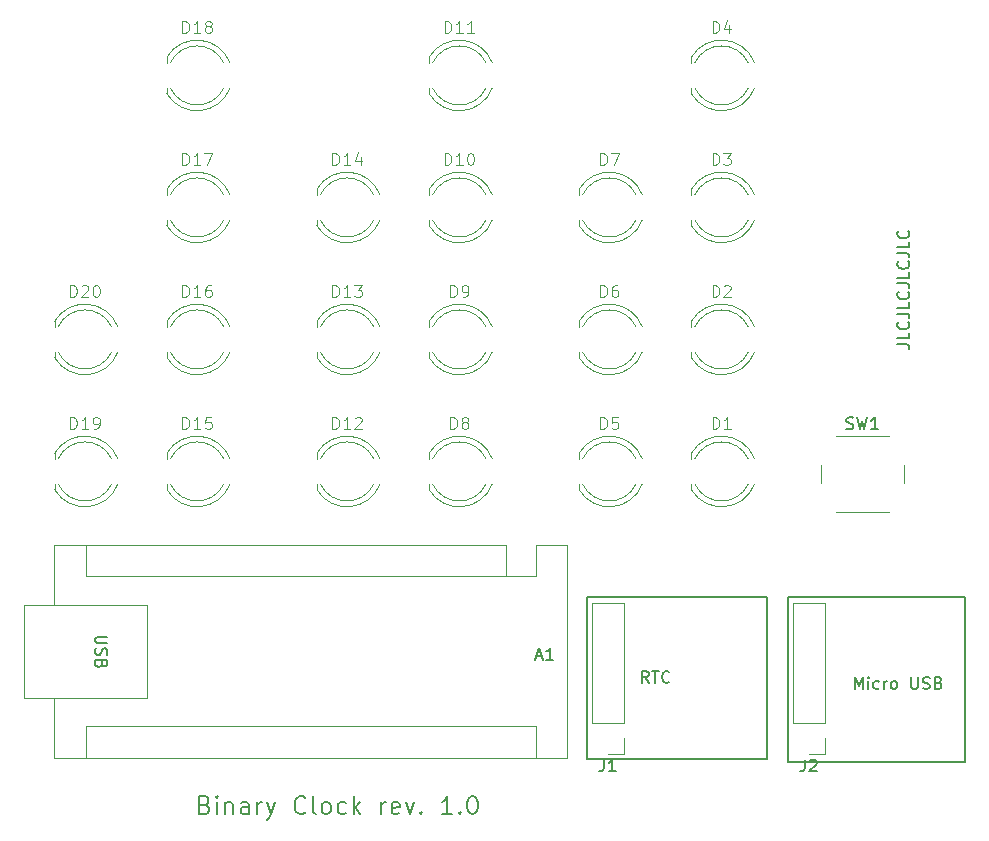
<source format=gbr>
%TF.GenerationSoftware,KiCad,Pcbnew,7.0.10-1.fc39*%
%TF.CreationDate,2024-02-18T17:05:32+01:00*%
%TF.ProjectId,BinaryClock,42696e61-7279-4436-9c6f-636b2e6b6963,rev?*%
%TF.SameCoordinates,Original*%
%TF.FileFunction,Legend,Top*%
%TF.FilePolarity,Positive*%
%FSLAX46Y46*%
G04 Gerber Fmt 4.6, Leading zero omitted, Abs format (unit mm)*
G04 Created by KiCad (PCBNEW 7.0.10-1.fc39) date 2024-02-18 17:05:32*
%MOMM*%
%LPD*%
G01*
G04 APERTURE LIST*
%ADD10C,0.150000*%
%ADD11C,0.100000*%
%ADD12C,0.120000*%
G04 APERTURE END LIST*
D10*
X140462000Y-81026000D02*
X155448000Y-81026000D01*
X155448000Y-94996000D01*
X140462000Y-94996000D01*
X140462000Y-81026000D01*
X123444000Y-81026000D02*
X138684000Y-81026000D01*
X138684000Y-94742000D01*
X123444000Y-94742000D01*
X123444000Y-81026000D01*
X146132779Y-88769819D02*
X146132779Y-87769819D01*
X146132779Y-87769819D02*
X146466112Y-88484104D01*
X146466112Y-88484104D02*
X146799445Y-87769819D01*
X146799445Y-87769819D02*
X146799445Y-88769819D01*
X147275636Y-88769819D02*
X147275636Y-88103152D01*
X147275636Y-87769819D02*
X147228017Y-87817438D01*
X147228017Y-87817438D02*
X147275636Y-87865057D01*
X147275636Y-87865057D02*
X147323255Y-87817438D01*
X147323255Y-87817438D02*
X147275636Y-87769819D01*
X147275636Y-87769819D02*
X147275636Y-87865057D01*
X148180397Y-88722200D02*
X148085159Y-88769819D01*
X148085159Y-88769819D02*
X147894683Y-88769819D01*
X147894683Y-88769819D02*
X147799445Y-88722200D01*
X147799445Y-88722200D02*
X147751826Y-88674580D01*
X147751826Y-88674580D02*
X147704207Y-88579342D01*
X147704207Y-88579342D02*
X147704207Y-88293628D01*
X147704207Y-88293628D02*
X147751826Y-88198390D01*
X147751826Y-88198390D02*
X147799445Y-88150771D01*
X147799445Y-88150771D02*
X147894683Y-88103152D01*
X147894683Y-88103152D02*
X148085159Y-88103152D01*
X148085159Y-88103152D02*
X148180397Y-88150771D01*
X148608969Y-88769819D02*
X148608969Y-88103152D01*
X148608969Y-88293628D02*
X148656588Y-88198390D01*
X148656588Y-88198390D02*
X148704207Y-88150771D01*
X148704207Y-88150771D02*
X148799445Y-88103152D01*
X148799445Y-88103152D02*
X148894683Y-88103152D01*
X149370874Y-88769819D02*
X149275636Y-88722200D01*
X149275636Y-88722200D02*
X149228017Y-88674580D01*
X149228017Y-88674580D02*
X149180398Y-88579342D01*
X149180398Y-88579342D02*
X149180398Y-88293628D01*
X149180398Y-88293628D02*
X149228017Y-88198390D01*
X149228017Y-88198390D02*
X149275636Y-88150771D01*
X149275636Y-88150771D02*
X149370874Y-88103152D01*
X149370874Y-88103152D02*
X149513731Y-88103152D01*
X149513731Y-88103152D02*
X149608969Y-88150771D01*
X149608969Y-88150771D02*
X149656588Y-88198390D01*
X149656588Y-88198390D02*
X149704207Y-88293628D01*
X149704207Y-88293628D02*
X149704207Y-88579342D01*
X149704207Y-88579342D02*
X149656588Y-88674580D01*
X149656588Y-88674580D02*
X149608969Y-88722200D01*
X149608969Y-88722200D02*
X149513731Y-88769819D01*
X149513731Y-88769819D02*
X149370874Y-88769819D01*
X150894684Y-87769819D02*
X150894684Y-88579342D01*
X150894684Y-88579342D02*
X150942303Y-88674580D01*
X150942303Y-88674580D02*
X150989922Y-88722200D01*
X150989922Y-88722200D02*
X151085160Y-88769819D01*
X151085160Y-88769819D02*
X151275636Y-88769819D01*
X151275636Y-88769819D02*
X151370874Y-88722200D01*
X151370874Y-88722200D02*
X151418493Y-88674580D01*
X151418493Y-88674580D02*
X151466112Y-88579342D01*
X151466112Y-88579342D02*
X151466112Y-87769819D01*
X151894684Y-88722200D02*
X152037541Y-88769819D01*
X152037541Y-88769819D02*
X152275636Y-88769819D01*
X152275636Y-88769819D02*
X152370874Y-88722200D01*
X152370874Y-88722200D02*
X152418493Y-88674580D01*
X152418493Y-88674580D02*
X152466112Y-88579342D01*
X152466112Y-88579342D02*
X152466112Y-88484104D01*
X152466112Y-88484104D02*
X152418493Y-88388866D01*
X152418493Y-88388866D02*
X152370874Y-88341247D01*
X152370874Y-88341247D02*
X152275636Y-88293628D01*
X152275636Y-88293628D02*
X152085160Y-88246009D01*
X152085160Y-88246009D02*
X151989922Y-88198390D01*
X151989922Y-88198390D02*
X151942303Y-88150771D01*
X151942303Y-88150771D02*
X151894684Y-88055533D01*
X151894684Y-88055533D02*
X151894684Y-87960295D01*
X151894684Y-87960295D02*
X151942303Y-87865057D01*
X151942303Y-87865057D02*
X151989922Y-87817438D01*
X151989922Y-87817438D02*
X152085160Y-87769819D01*
X152085160Y-87769819D02*
X152323255Y-87769819D01*
X152323255Y-87769819D02*
X152466112Y-87817438D01*
X153228017Y-88246009D02*
X153370874Y-88293628D01*
X153370874Y-88293628D02*
X153418493Y-88341247D01*
X153418493Y-88341247D02*
X153466112Y-88436485D01*
X153466112Y-88436485D02*
X153466112Y-88579342D01*
X153466112Y-88579342D02*
X153418493Y-88674580D01*
X153418493Y-88674580D02*
X153370874Y-88722200D01*
X153370874Y-88722200D02*
X153275636Y-88769819D01*
X153275636Y-88769819D02*
X152894684Y-88769819D01*
X152894684Y-88769819D02*
X152894684Y-87769819D01*
X152894684Y-87769819D02*
X153228017Y-87769819D01*
X153228017Y-87769819D02*
X153323255Y-87817438D01*
X153323255Y-87817438D02*
X153370874Y-87865057D01*
X153370874Y-87865057D02*
X153418493Y-87960295D01*
X153418493Y-87960295D02*
X153418493Y-88055533D01*
X153418493Y-88055533D02*
X153370874Y-88150771D01*
X153370874Y-88150771D02*
X153323255Y-88198390D01*
X153323255Y-88198390D02*
X153228017Y-88246009D01*
X153228017Y-88246009D02*
X152894684Y-88246009D01*
X149745819Y-59575506D02*
X150460104Y-59575506D01*
X150460104Y-59575506D02*
X150602961Y-59623125D01*
X150602961Y-59623125D02*
X150698200Y-59718363D01*
X150698200Y-59718363D02*
X150745819Y-59861220D01*
X150745819Y-59861220D02*
X150745819Y-59956458D01*
X150745819Y-58623125D02*
X150745819Y-59099315D01*
X150745819Y-59099315D02*
X149745819Y-59099315D01*
X150650580Y-57718363D02*
X150698200Y-57765982D01*
X150698200Y-57765982D02*
X150745819Y-57908839D01*
X150745819Y-57908839D02*
X150745819Y-58004077D01*
X150745819Y-58004077D02*
X150698200Y-58146934D01*
X150698200Y-58146934D02*
X150602961Y-58242172D01*
X150602961Y-58242172D02*
X150507723Y-58289791D01*
X150507723Y-58289791D02*
X150317247Y-58337410D01*
X150317247Y-58337410D02*
X150174390Y-58337410D01*
X150174390Y-58337410D02*
X149983914Y-58289791D01*
X149983914Y-58289791D02*
X149888676Y-58242172D01*
X149888676Y-58242172D02*
X149793438Y-58146934D01*
X149793438Y-58146934D02*
X149745819Y-58004077D01*
X149745819Y-58004077D02*
X149745819Y-57908839D01*
X149745819Y-57908839D02*
X149793438Y-57765982D01*
X149793438Y-57765982D02*
X149841057Y-57718363D01*
X149745819Y-57004077D02*
X150460104Y-57004077D01*
X150460104Y-57004077D02*
X150602961Y-57051696D01*
X150602961Y-57051696D02*
X150698200Y-57146934D01*
X150698200Y-57146934D02*
X150745819Y-57289791D01*
X150745819Y-57289791D02*
X150745819Y-57385029D01*
X150745819Y-56051696D02*
X150745819Y-56527886D01*
X150745819Y-56527886D02*
X149745819Y-56527886D01*
X150650580Y-55146934D02*
X150698200Y-55194553D01*
X150698200Y-55194553D02*
X150745819Y-55337410D01*
X150745819Y-55337410D02*
X150745819Y-55432648D01*
X150745819Y-55432648D02*
X150698200Y-55575505D01*
X150698200Y-55575505D02*
X150602961Y-55670743D01*
X150602961Y-55670743D02*
X150507723Y-55718362D01*
X150507723Y-55718362D02*
X150317247Y-55765981D01*
X150317247Y-55765981D02*
X150174390Y-55765981D01*
X150174390Y-55765981D02*
X149983914Y-55718362D01*
X149983914Y-55718362D02*
X149888676Y-55670743D01*
X149888676Y-55670743D02*
X149793438Y-55575505D01*
X149793438Y-55575505D02*
X149745819Y-55432648D01*
X149745819Y-55432648D02*
X149745819Y-55337410D01*
X149745819Y-55337410D02*
X149793438Y-55194553D01*
X149793438Y-55194553D02*
X149841057Y-55146934D01*
X149745819Y-54432648D02*
X150460104Y-54432648D01*
X150460104Y-54432648D02*
X150602961Y-54480267D01*
X150602961Y-54480267D02*
X150698200Y-54575505D01*
X150698200Y-54575505D02*
X150745819Y-54718362D01*
X150745819Y-54718362D02*
X150745819Y-54813600D01*
X150745819Y-53480267D02*
X150745819Y-53956457D01*
X150745819Y-53956457D02*
X149745819Y-53956457D01*
X150650580Y-52575505D02*
X150698200Y-52623124D01*
X150698200Y-52623124D02*
X150745819Y-52765981D01*
X150745819Y-52765981D02*
X150745819Y-52861219D01*
X150745819Y-52861219D02*
X150698200Y-53004076D01*
X150698200Y-53004076D02*
X150602961Y-53099314D01*
X150602961Y-53099314D02*
X150507723Y-53146933D01*
X150507723Y-53146933D02*
X150317247Y-53194552D01*
X150317247Y-53194552D02*
X150174390Y-53194552D01*
X150174390Y-53194552D02*
X149983914Y-53146933D01*
X149983914Y-53146933D02*
X149888676Y-53099314D01*
X149888676Y-53099314D02*
X149793438Y-53004076D01*
X149793438Y-53004076D02*
X149745819Y-52861219D01*
X149745819Y-52861219D02*
X149745819Y-52765981D01*
X149745819Y-52765981D02*
X149793438Y-52623124D01*
X149793438Y-52623124D02*
X149841057Y-52575505D01*
X149745819Y-51861219D02*
X150460104Y-51861219D01*
X150460104Y-51861219D02*
X150602961Y-51908838D01*
X150602961Y-51908838D02*
X150698200Y-52004076D01*
X150698200Y-52004076D02*
X150745819Y-52146933D01*
X150745819Y-52146933D02*
X150745819Y-52242171D01*
X150745819Y-50908838D02*
X150745819Y-51385028D01*
X150745819Y-51385028D02*
X149745819Y-51385028D01*
X150650580Y-50004076D02*
X150698200Y-50051695D01*
X150698200Y-50051695D02*
X150745819Y-50194552D01*
X150745819Y-50194552D02*
X150745819Y-50289790D01*
X150745819Y-50289790D02*
X150698200Y-50432647D01*
X150698200Y-50432647D02*
X150602961Y-50527885D01*
X150602961Y-50527885D02*
X150507723Y-50575504D01*
X150507723Y-50575504D02*
X150317247Y-50623123D01*
X150317247Y-50623123D02*
X150174390Y-50623123D01*
X150174390Y-50623123D02*
X149983914Y-50575504D01*
X149983914Y-50575504D02*
X149888676Y-50527885D01*
X149888676Y-50527885D02*
X149793438Y-50432647D01*
X149793438Y-50432647D02*
X149745819Y-50289790D01*
X149745819Y-50289790D02*
X149745819Y-50194552D01*
X149745819Y-50194552D02*
X149793438Y-50051695D01*
X149793438Y-50051695D02*
X149841057Y-50004076D01*
X91125826Y-98590914D02*
X91340112Y-98662342D01*
X91340112Y-98662342D02*
X91411541Y-98733771D01*
X91411541Y-98733771D02*
X91482969Y-98876628D01*
X91482969Y-98876628D02*
X91482969Y-99090914D01*
X91482969Y-99090914D02*
X91411541Y-99233771D01*
X91411541Y-99233771D02*
X91340112Y-99305200D01*
X91340112Y-99305200D02*
X91197255Y-99376628D01*
X91197255Y-99376628D02*
X90625826Y-99376628D01*
X90625826Y-99376628D02*
X90625826Y-97876628D01*
X90625826Y-97876628D02*
X91125826Y-97876628D01*
X91125826Y-97876628D02*
X91268684Y-97948057D01*
X91268684Y-97948057D02*
X91340112Y-98019485D01*
X91340112Y-98019485D02*
X91411541Y-98162342D01*
X91411541Y-98162342D02*
X91411541Y-98305200D01*
X91411541Y-98305200D02*
X91340112Y-98448057D01*
X91340112Y-98448057D02*
X91268684Y-98519485D01*
X91268684Y-98519485D02*
X91125826Y-98590914D01*
X91125826Y-98590914D02*
X90625826Y-98590914D01*
X92125826Y-99376628D02*
X92125826Y-98376628D01*
X92125826Y-97876628D02*
X92054398Y-97948057D01*
X92054398Y-97948057D02*
X92125826Y-98019485D01*
X92125826Y-98019485D02*
X92197255Y-97948057D01*
X92197255Y-97948057D02*
X92125826Y-97876628D01*
X92125826Y-97876628D02*
X92125826Y-98019485D01*
X92840112Y-98376628D02*
X92840112Y-99376628D01*
X92840112Y-98519485D02*
X92911541Y-98448057D01*
X92911541Y-98448057D02*
X93054398Y-98376628D01*
X93054398Y-98376628D02*
X93268684Y-98376628D01*
X93268684Y-98376628D02*
X93411541Y-98448057D01*
X93411541Y-98448057D02*
X93482970Y-98590914D01*
X93482970Y-98590914D02*
X93482970Y-99376628D01*
X94840113Y-99376628D02*
X94840113Y-98590914D01*
X94840113Y-98590914D02*
X94768684Y-98448057D01*
X94768684Y-98448057D02*
X94625827Y-98376628D01*
X94625827Y-98376628D02*
X94340113Y-98376628D01*
X94340113Y-98376628D02*
X94197255Y-98448057D01*
X94840113Y-99305200D02*
X94697255Y-99376628D01*
X94697255Y-99376628D02*
X94340113Y-99376628D01*
X94340113Y-99376628D02*
X94197255Y-99305200D01*
X94197255Y-99305200D02*
X94125827Y-99162342D01*
X94125827Y-99162342D02*
X94125827Y-99019485D01*
X94125827Y-99019485D02*
X94197255Y-98876628D01*
X94197255Y-98876628D02*
X94340113Y-98805200D01*
X94340113Y-98805200D02*
X94697255Y-98805200D01*
X94697255Y-98805200D02*
X94840113Y-98733771D01*
X95554398Y-99376628D02*
X95554398Y-98376628D01*
X95554398Y-98662342D02*
X95625827Y-98519485D01*
X95625827Y-98519485D02*
X95697256Y-98448057D01*
X95697256Y-98448057D02*
X95840113Y-98376628D01*
X95840113Y-98376628D02*
X95982970Y-98376628D01*
X96340112Y-98376628D02*
X96697255Y-99376628D01*
X97054398Y-98376628D02*
X96697255Y-99376628D01*
X96697255Y-99376628D02*
X96554398Y-99733771D01*
X96554398Y-99733771D02*
X96482969Y-99805200D01*
X96482969Y-99805200D02*
X96340112Y-99876628D01*
X99625826Y-99233771D02*
X99554398Y-99305200D01*
X99554398Y-99305200D02*
X99340112Y-99376628D01*
X99340112Y-99376628D02*
X99197255Y-99376628D01*
X99197255Y-99376628D02*
X98982969Y-99305200D01*
X98982969Y-99305200D02*
X98840112Y-99162342D01*
X98840112Y-99162342D02*
X98768683Y-99019485D01*
X98768683Y-99019485D02*
X98697255Y-98733771D01*
X98697255Y-98733771D02*
X98697255Y-98519485D01*
X98697255Y-98519485D02*
X98768683Y-98233771D01*
X98768683Y-98233771D02*
X98840112Y-98090914D01*
X98840112Y-98090914D02*
X98982969Y-97948057D01*
X98982969Y-97948057D02*
X99197255Y-97876628D01*
X99197255Y-97876628D02*
X99340112Y-97876628D01*
X99340112Y-97876628D02*
X99554398Y-97948057D01*
X99554398Y-97948057D02*
X99625826Y-98019485D01*
X100482969Y-99376628D02*
X100340112Y-99305200D01*
X100340112Y-99305200D02*
X100268683Y-99162342D01*
X100268683Y-99162342D02*
X100268683Y-97876628D01*
X101268683Y-99376628D02*
X101125826Y-99305200D01*
X101125826Y-99305200D02*
X101054397Y-99233771D01*
X101054397Y-99233771D02*
X100982969Y-99090914D01*
X100982969Y-99090914D02*
X100982969Y-98662342D01*
X100982969Y-98662342D02*
X101054397Y-98519485D01*
X101054397Y-98519485D02*
X101125826Y-98448057D01*
X101125826Y-98448057D02*
X101268683Y-98376628D01*
X101268683Y-98376628D02*
X101482969Y-98376628D01*
X101482969Y-98376628D02*
X101625826Y-98448057D01*
X101625826Y-98448057D02*
X101697255Y-98519485D01*
X101697255Y-98519485D02*
X101768683Y-98662342D01*
X101768683Y-98662342D02*
X101768683Y-99090914D01*
X101768683Y-99090914D02*
X101697255Y-99233771D01*
X101697255Y-99233771D02*
X101625826Y-99305200D01*
X101625826Y-99305200D02*
X101482969Y-99376628D01*
X101482969Y-99376628D02*
X101268683Y-99376628D01*
X103054398Y-99305200D02*
X102911540Y-99376628D01*
X102911540Y-99376628D02*
X102625826Y-99376628D01*
X102625826Y-99376628D02*
X102482969Y-99305200D01*
X102482969Y-99305200D02*
X102411540Y-99233771D01*
X102411540Y-99233771D02*
X102340112Y-99090914D01*
X102340112Y-99090914D02*
X102340112Y-98662342D01*
X102340112Y-98662342D02*
X102411540Y-98519485D01*
X102411540Y-98519485D02*
X102482969Y-98448057D01*
X102482969Y-98448057D02*
X102625826Y-98376628D01*
X102625826Y-98376628D02*
X102911540Y-98376628D01*
X102911540Y-98376628D02*
X103054398Y-98448057D01*
X103697254Y-99376628D02*
X103697254Y-97876628D01*
X103840112Y-98805200D02*
X104268683Y-99376628D01*
X104268683Y-98376628D02*
X103697254Y-98948057D01*
X106054397Y-99376628D02*
X106054397Y-98376628D01*
X106054397Y-98662342D02*
X106125826Y-98519485D01*
X106125826Y-98519485D02*
X106197255Y-98448057D01*
X106197255Y-98448057D02*
X106340112Y-98376628D01*
X106340112Y-98376628D02*
X106482969Y-98376628D01*
X107554397Y-99305200D02*
X107411540Y-99376628D01*
X107411540Y-99376628D02*
X107125826Y-99376628D01*
X107125826Y-99376628D02*
X106982968Y-99305200D01*
X106982968Y-99305200D02*
X106911540Y-99162342D01*
X106911540Y-99162342D02*
X106911540Y-98590914D01*
X106911540Y-98590914D02*
X106982968Y-98448057D01*
X106982968Y-98448057D02*
X107125826Y-98376628D01*
X107125826Y-98376628D02*
X107411540Y-98376628D01*
X107411540Y-98376628D02*
X107554397Y-98448057D01*
X107554397Y-98448057D02*
X107625826Y-98590914D01*
X107625826Y-98590914D02*
X107625826Y-98733771D01*
X107625826Y-98733771D02*
X106911540Y-98876628D01*
X108125825Y-98376628D02*
X108482968Y-99376628D01*
X108482968Y-99376628D02*
X108840111Y-98376628D01*
X109411539Y-99233771D02*
X109482968Y-99305200D01*
X109482968Y-99305200D02*
X109411539Y-99376628D01*
X109411539Y-99376628D02*
X109340111Y-99305200D01*
X109340111Y-99305200D02*
X109411539Y-99233771D01*
X109411539Y-99233771D02*
X109411539Y-99376628D01*
X112054397Y-99376628D02*
X111197254Y-99376628D01*
X111625825Y-99376628D02*
X111625825Y-97876628D01*
X111625825Y-97876628D02*
X111482968Y-98090914D01*
X111482968Y-98090914D02*
X111340111Y-98233771D01*
X111340111Y-98233771D02*
X111197254Y-98305200D01*
X112697253Y-99233771D02*
X112768682Y-99305200D01*
X112768682Y-99305200D02*
X112697253Y-99376628D01*
X112697253Y-99376628D02*
X112625825Y-99305200D01*
X112625825Y-99305200D02*
X112697253Y-99233771D01*
X112697253Y-99233771D02*
X112697253Y-99376628D01*
X113697254Y-97876628D02*
X113840111Y-97876628D01*
X113840111Y-97876628D02*
X113982968Y-97948057D01*
X113982968Y-97948057D02*
X114054397Y-98019485D01*
X114054397Y-98019485D02*
X114125825Y-98162342D01*
X114125825Y-98162342D02*
X114197254Y-98448057D01*
X114197254Y-98448057D02*
X114197254Y-98805200D01*
X114197254Y-98805200D02*
X114125825Y-99090914D01*
X114125825Y-99090914D02*
X114054397Y-99233771D01*
X114054397Y-99233771D02*
X113982968Y-99305200D01*
X113982968Y-99305200D02*
X113840111Y-99376628D01*
X113840111Y-99376628D02*
X113697254Y-99376628D01*
X113697254Y-99376628D02*
X113554397Y-99305200D01*
X113554397Y-99305200D02*
X113482968Y-99233771D01*
X113482968Y-99233771D02*
X113411539Y-99090914D01*
X113411539Y-99090914D02*
X113340111Y-98805200D01*
X113340111Y-98805200D02*
X113340111Y-98448057D01*
X113340111Y-98448057D02*
X113411539Y-98162342D01*
X113411539Y-98162342D02*
X113482968Y-98019485D01*
X113482968Y-98019485D02*
X113554397Y-97948057D01*
X113554397Y-97948057D02*
X113697254Y-97876628D01*
X128670207Y-88261819D02*
X128336874Y-87785628D01*
X128098779Y-88261819D02*
X128098779Y-87261819D01*
X128098779Y-87261819D02*
X128479731Y-87261819D01*
X128479731Y-87261819D02*
X128574969Y-87309438D01*
X128574969Y-87309438D02*
X128622588Y-87357057D01*
X128622588Y-87357057D02*
X128670207Y-87452295D01*
X128670207Y-87452295D02*
X128670207Y-87595152D01*
X128670207Y-87595152D02*
X128622588Y-87690390D01*
X128622588Y-87690390D02*
X128574969Y-87738009D01*
X128574969Y-87738009D02*
X128479731Y-87785628D01*
X128479731Y-87785628D02*
X128098779Y-87785628D01*
X128955922Y-87261819D02*
X129527350Y-87261819D01*
X129241636Y-88261819D02*
X129241636Y-87261819D01*
X130432112Y-88166580D02*
X130384493Y-88214200D01*
X130384493Y-88214200D02*
X130241636Y-88261819D01*
X130241636Y-88261819D02*
X130146398Y-88261819D01*
X130146398Y-88261819D02*
X130003541Y-88214200D01*
X130003541Y-88214200D02*
X129908303Y-88118961D01*
X129908303Y-88118961D02*
X129860684Y-88023723D01*
X129860684Y-88023723D02*
X129813065Y-87833247D01*
X129813065Y-87833247D02*
X129813065Y-87690390D01*
X129813065Y-87690390D02*
X129860684Y-87499914D01*
X129860684Y-87499914D02*
X129908303Y-87404676D01*
X129908303Y-87404676D02*
X130003541Y-87309438D01*
X130003541Y-87309438D02*
X130146398Y-87261819D01*
X130146398Y-87261819D02*
X130241636Y-87261819D01*
X130241636Y-87261819D02*
X130384493Y-87309438D01*
X130384493Y-87309438D02*
X130432112Y-87357057D01*
X141906666Y-94748819D02*
X141906666Y-95463104D01*
X141906666Y-95463104D02*
X141859047Y-95605961D01*
X141859047Y-95605961D02*
X141763809Y-95701200D01*
X141763809Y-95701200D02*
X141620952Y-95748819D01*
X141620952Y-95748819D02*
X141525714Y-95748819D01*
X142335238Y-94844057D02*
X142382857Y-94796438D01*
X142382857Y-94796438D02*
X142478095Y-94748819D01*
X142478095Y-94748819D02*
X142716190Y-94748819D01*
X142716190Y-94748819D02*
X142811428Y-94796438D01*
X142811428Y-94796438D02*
X142859047Y-94844057D01*
X142859047Y-94844057D02*
X142906666Y-94939295D01*
X142906666Y-94939295D02*
X142906666Y-95034533D01*
X142906666Y-95034533D02*
X142859047Y-95177390D01*
X142859047Y-95177390D02*
X142287619Y-95748819D01*
X142287619Y-95748819D02*
X142906666Y-95748819D01*
D11*
X124590905Y-44399419D02*
X124590905Y-43399419D01*
X124590905Y-43399419D02*
X124829000Y-43399419D01*
X124829000Y-43399419D02*
X124971857Y-43447038D01*
X124971857Y-43447038D02*
X125067095Y-43542276D01*
X125067095Y-43542276D02*
X125114714Y-43637514D01*
X125114714Y-43637514D02*
X125162333Y-43827990D01*
X125162333Y-43827990D02*
X125162333Y-43970847D01*
X125162333Y-43970847D02*
X125114714Y-44161323D01*
X125114714Y-44161323D02*
X125067095Y-44256561D01*
X125067095Y-44256561D02*
X124971857Y-44351800D01*
X124971857Y-44351800D02*
X124829000Y-44399419D01*
X124829000Y-44399419D02*
X124590905Y-44399419D01*
X125495667Y-43399419D02*
X126162333Y-43399419D01*
X126162333Y-43399419D02*
X125733762Y-44399419D01*
D10*
X119173714Y-86021104D02*
X119649904Y-86021104D01*
X119078476Y-86306819D02*
X119411809Y-85306819D01*
X119411809Y-85306819D02*
X119745142Y-86306819D01*
X120602285Y-86306819D02*
X120030857Y-86306819D01*
X120316571Y-86306819D02*
X120316571Y-85306819D01*
X120316571Y-85306819D02*
X120221333Y-85449676D01*
X120221333Y-85449676D02*
X120126095Y-85544914D01*
X120126095Y-85544914D02*
X120030857Y-85592533D01*
X82841180Y-84336095D02*
X82031657Y-84336095D01*
X82031657Y-84336095D02*
X81936419Y-84383714D01*
X81936419Y-84383714D02*
X81888800Y-84431333D01*
X81888800Y-84431333D02*
X81841180Y-84526571D01*
X81841180Y-84526571D02*
X81841180Y-84717047D01*
X81841180Y-84717047D02*
X81888800Y-84812285D01*
X81888800Y-84812285D02*
X81936419Y-84859904D01*
X81936419Y-84859904D02*
X82031657Y-84907523D01*
X82031657Y-84907523D02*
X82841180Y-84907523D01*
X81888800Y-85336095D02*
X81841180Y-85478952D01*
X81841180Y-85478952D02*
X81841180Y-85717047D01*
X81841180Y-85717047D02*
X81888800Y-85812285D01*
X81888800Y-85812285D02*
X81936419Y-85859904D01*
X81936419Y-85859904D02*
X82031657Y-85907523D01*
X82031657Y-85907523D02*
X82126895Y-85907523D01*
X82126895Y-85907523D02*
X82222133Y-85859904D01*
X82222133Y-85859904D02*
X82269752Y-85812285D01*
X82269752Y-85812285D02*
X82317371Y-85717047D01*
X82317371Y-85717047D02*
X82364990Y-85526571D01*
X82364990Y-85526571D02*
X82412609Y-85431333D01*
X82412609Y-85431333D02*
X82460228Y-85383714D01*
X82460228Y-85383714D02*
X82555466Y-85336095D01*
X82555466Y-85336095D02*
X82650704Y-85336095D01*
X82650704Y-85336095D02*
X82745942Y-85383714D01*
X82745942Y-85383714D02*
X82793561Y-85431333D01*
X82793561Y-85431333D02*
X82841180Y-85526571D01*
X82841180Y-85526571D02*
X82841180Y-85764666D01*
X82841180Y-85764666D02*
X82793561Y-85907523D01*
X82364990Y-86669428D02*
X82317371Y-86812285D01*
X82317371Y-86812285D02*
X82269752Y-86859904D01*
X82269752Y-86859904D02*
X82174514Y-86907523D01*
X82174514Y-86907523D02*
X82031657Y-86907523D01*
X82031657Y-86907523D02*
X81936419Y-86859904D01*
X81936419Y-86859904D02*
X81888800Y-86812285D01*
X81888800Y-86812285D02*
X81841180Y-86717047D01*
X81841180Y-86717047D02*
X81841180Y-86336095D01*
X81841180Y-86336095D02*
X82841180Y-86336095D01*
X82841180Y-86336095D02*
X82841180Y-86669428D01*
X82841180Y-86669428D02*
X82793561Y-86764666D01*
X82793561Y-86764666D02*
X82745942Y-86812285D01*
X82745942Y-86812285D02*
X82650704Y-86859904D01*
X82650704Y-86859904D02*
X82555466Y-86859904D01*
X82555466Y-86859904D02*
X82460228Y-86812285D01*
X82460228Y-86812285D02*
X82412609Y-86764666D01*
X82412609Y-86764666D02*
X82364990Y-86669428D01*
X82364990Y-86669428D02*
X82364990Y-86336095D01*
D11*
X89209714Y-44399419D02*
X89209714Y-43399419D01*
X89209714Y-43399419D02*
X89447809Y-43399419D01*
X89447809Y-43399419D02*
X89590666Y-43447038D01*
X89590666Y-43447038D02*
X89685904Y-43542276D01*
X89685904Y-43542276D02*
X89733523Y-43637514D01*
X89733523Y-43637514D02*
X89781142Y-43827990D01*
X89781142Y-43827990D02*
X89781142Y-43970847D01*
X89781142Y-43970847D02*
X89733523Y-44161323D01*
X89733523Y-44161323D02*
X89685904Y-44256561D01*
X89685904Y-44256561D02*
X89590666Y-44351800D01*
X89590666Y-44351800D02*
X89447809Y-44399419D01*
X89447809Y-44399419D02*
X89209714Y-44399419D01*
X90733523Y-44399419D02*
X90162095Y-44399419D01*
X90447809Y-44399419D02*
X90447809Y-43399419D01*
X90447809Y-43399419D02*
X90352571Y-43542276D01*
X90352571Y-43542276D02*
X90257333Y-43637514D01*
X90257333Y-43637514D02*
X90162095Y-43685133D01*
X91066857Y-43399419D02*
X91733523Y-43399419D01*
X91733523Y-43399419D02*
X91304952Y-44399419D01*
X111890905Y-66751419D02*
X111890905Y-65751419D01*
X111890905Y-65751419D02*
X112129000Y-65751419D01*
X112129000Y-65751419D02*
X112271857Y-65799038D01*
X112271857Y-65799038D02*
X112367095Y-65894276D01*
X112367095Y-65894276D02*
X112414714Y-65989514D01*
X112414714Y-65989514D02*
X112462333Y-66179990D01*
X112462333Y-66179990D02*
X112462333Y-66322847D01*
X112462333Y-66322847D02*
X112414714Y-66513323D01*
X112414714Y-66513323D02*
X112367095Y-66608561D01*
X112367095Y-66608561D02*
X112271857Y-66703800D01*
X112271857Y-66703800D02*
X112129000Y-66751419D01*
X112129000Y-66751419D02*
X111890905Y-66751419D01*
X113033762Y-66179990D02*
X112938524Y-66132371D01*
X112938524Y-66132371D02*
X112890905Y-66084752D01*
X112890905Y-66084752D02*
X112843286Y-65989514D01*
X112843286Y-65989514D02*
X112843286Y-65941895D01*
X112843286Y-65941895D02*
X112890905Y-65846657D01*
X112890905Y-65846657D02*
X112938524Y-65799038D01*
X112938524Y-65799038D02*
X113033762Y-65751419D01*
X113033762Y-65751419D02*
X113224238Y-65751419D01*
X113224238Y-65751419D02*
X113319476Y-65799038D01*
X113319476Y-65799038D02*
X113367095Y-65846657D01*
X113367095Y-65846657D02*
X113414714Y-65941895D01*
X113414714Y-65941895D02*
X113414714Y-65989514D01*
X113414714Y-65989514D02*
X113367095Y-66084752D01*
X113367095Y-66084752D02*
X113319476Y-66132371D01*
X113319476Y-66132371D02*
X113224238Y-66179990D01*
X113224238Y-66179990D02*
X113033762Y-66179990D01*
X113033762Y-66179990D02*
X112938524Y-66227609D01*
X112938524Y-66227609D02*
X112890905Y-66275228D01*
X112890905Y-66275228D02*
X112843286Y-66370466D01*
X112843286Y-66370466D02*
X112843286Y-66560942D01*
X112843286Y-66560942D02*
X112890905Y-66656180D01*
X112890905Y-66656180D02*
X112938524Y-66703800D01*
X112938524Y-66703800D02*
X113033762Y-66751419D01*
X113033762Y-66751419D02*
X113224238Y-66751419D01*
X113224238Y-66751419D02*
X113319476Y-66703800D01*
X113319476Y-66703800D02*
X113367095Y-66656180D01*
X113367095Y-66656180D02*
X113414714Y-66560942D01*
X113414714Y-66560942D02*
X113414714Y-66370466D01*
X113414714Y-66370466D02*
X113367095Y-66275228D01*
X113367095Y-66275228D02*
X113319476Y-66227609D01*
X113319476Y-66227609D02*
X113224238Y-66179990D01*
X134095905Y-66751419D02*
X134095905Y-65751419D01*
X134095905Y-65751419D02*
X134334000Y-65751419D01*
X134334000Y-65751419D02*
X134476857Y-65799038D01*
X134476857Y-65799038D02*
X134572095Y-65894276D01*
X134572095Y-65894276D02*
X134619714Y-65989514D01*
X134619714Y-65989514D02*
X134667333Y-66179990D01*
X134667333Y-66179990D02*
X134667333Y-66322847D01*
X134667333Y-66322847D02*
X134619714Y-66513323D01*
X134619714Y-66513323D02*
X134572095Y-66608561D01*
X134572095Y-66608561D02*
X134476857Y-66703800D01*
X134476857Y-66703800D02*
X134334000Y-66751419D01*
X134334000Y-66751419D02*
X134095905Y-66751419D01*
X135619714Y-66751419D02*
X135048286Y-66751419D01*
X135334000Y-66751419D02*
X135334000Y-65751419D01*
X135334000Y-65751419D02*
X135238762Y-65894276D01*
X135238762Y-65894276D02*
X135143524Y-65989514D01*
X135143524Y-65989514D02*
X135048286Y-66037133D01*
X89209714Y-33223419D02*
X89209714Y-32223419D01*
X89209714Y-32223419D02*
X89447809Y-32223419D01*
X89447809Y-32223419D02*
X89590666Y-32271038D01*
X89590666Y-32271038D02*
X89685904Y-32366276D01*
X89685904Y-32366276D02*
X89733523Y-32461514D01*
X89733523Y-32461514D02*
X89781142Y-32651990D01*
X89781142Y-32651990D02*
X89781142Y-32794847D01*
X89781142Y-32794847D02*
X89733523Y-32985323D01*
X89733523Y-32985323D02*
X89685904Y-33080561D01*
X89685904Y-33080561D02*
X89590666Y-33175800D01*
X89590666Y-33175800D02*
X89447809Y-33223419D01*
X89447809Y-33223419D02*
X89209714Y-33223419D01*
X90733523Y-33223419D02*
X90162095Y-33223419D01*
X90447809Y-33223419D02*
X90447809Y-32223419D01*
X90447809Y-32223419D02*
X90352571Y-32366276D01*
X90352571Y-32366276D02*
X90257333Y-32461514D01*
X90257333Y-32461514D02*
X90162095Y-32509133D01*
X91304952Y-32651990D02*
X91209714Y-32604371D01*
X91209714Y-32604371D02*
X91162095Y-32556752D01*
X91162095Y-32556752D02*
X91114476Y-32461514D01*
X91114476Y-32461514D02*
X91114476Y-32413895D01*
X91114476Y-32413895D02*
X91162095Y-32318657D01*
X91162095Y-32318657D02*
X91209714Y-32271038D01*
X91209714Y-32271038D02*
X91304952Y-32223419D01*
X91304952Y-32223419D02*
X91495428Y-32223419D01*
X91495428Y-32223419D02*
X91590666Y-32271038D01*
X91590666Y-32271038D02*
X91638285Y-32318657D01*
X91638285Y-32318657D02*
X91685904Y-32413895D01*
X91685904Y-32413895D02*
X91685904Y-32461514D01*
X91685904Y-32461514D02*
X91638285Y-32556752D01*
X91638285Y-32556752D02*
X91590666Y-32604371D01*
X91590666Y-32604371D02*
X91495428Y-32651990D01*
X91495428Y-32651990D02*
X91304952Y-32651990D01*
X91304952Y-32651990D02*
X91209714Y-32699609D01*
X91209714Y-32699609D02*
X91162095Y-32747228D01*
X91162095Y-32747228D02*
X91114476Y-32842466D01*
X91114476Y-32842466D02*
X91114476Y-33032942D01*
X91114476Y-33032942D02*
X91162095Y-33128180D01*
X91162095Y-33128180D02*
X91209714Y-33175800D01*
X91209714Y-33175800D02*
X91304952Y-33223419D01*
X91304952Y-33223419D02*
X91495428Y-33223419D01*
X91495428Y-33223419D02*
X91590666Y-33175800D01*
X91590666Y-33175800D02*
X91638285Y-33128180D01*
X91638285Y-33128180D02*
X91685904Y-33032942D01*
X91685904Y-33032942D02*
X91685904Y-32842466D01*
X91685904Y-32842466D02*
X91638285Y-32747228D01*
X91638285Y-32747228D02*
X91590666Y-32699609D01*
X91590666Y-32699609D02*
X91495428Y-32651990D01*
D10*
X145426667Y-66733200D02*
X145569524Y-66780819D01*
X145569524Y-66780819D02*
X145807619Y-66780819D01*
X145807619Y-66780819D02*
X145902857Y-66733200D01*
X145902857Y-66733200D02*
X145950476Y-66685580D01*
X145950476Y-66685580D02*
X145998095Y-66590342D01*
X145998095Y-66590342D02*
X145998095Y-66495104D01*
X145998095Y-66495104D02*
X145950476Y-66399866D01*
X145950476Y-66399866D02*
X145902857Y-66352247D01*
X145902857Y-66352247D02*
X145807619Y-66304628D01*
X145807619Y-66304628D02*
X145617143Y-66257009D01*
X145617143Y-66257009D02*
X145521905Y-66209390D01*
X145521905Y-66209390D02*
X145474286Y-66161771D01*
X145474286Y-66161771D02*
X145426667Y-66066533D01*
X145426667Y-66066533D02*
X145426667Y-65971295D01*
X145426667Y-65971295D02*
X145474286Y-65876057D01*
X145474286Y-65876057D02*
X145521905Y-65828438D01*
X145521905Y-65828438D02*
X145617143Y-65780819D01*
X145617143Y-65780819D02*
X145855238Y-65780819D01*
X145855238Y-65780819D02*
X145998095Y-65828438D01*
X146331429Y-65780819D02*
X146569524Y-66780819D01*
X146569524Y-66780819D02*
X146760000Y-66066533D01*
X146760000Y-66066533D02*
X146950476Y-66780819D01*
X146950476Y-66780819D02*
X147188572Y-65780819D01*
X148093333Y-66780819D02*
X147521905Y-66780819D01*
X147807619Y-66780819D02*
X147807619Y-65780819D01*
X147807619Y-65780819D02*
X147712381Y-65923676D01*
X147712381Y-65923676D02*
X147617143Y-66018914D01*
X147617143Y-66018914D02*
X147521905Y-66066533D01*
D11*
X101909714Y-44399419D02*
X101909714Y-43399419D01*
X101909714Y-43399419D02*
X102147809Y-43399419D01*
X102147809Y-43399419D02*
X102290666Y-43447038D01*
X102290666Y-43447038D02*
X102385904Y-43542276D01*
X102385904Y-43542276D02*
X102433523Y-43637514D01*
X102433523Y-43637514D02*
X102481142Y-43827990D01*
X102481142Y-43827990D02*
X102481142Y-43970847D01*
X102481142Y-43970847D02*
X102433523Y-44161323D01*
X102433523Y-44161323D02*
X102385904Y-44256561D01*
X102385904Y-44256561D02*
X102290666Y-44351800D01*
X102290666Y-44351800D02*
X102147809Y-44399419D01*
X102147809Y-44399419D02*
X101909714Y-44399419D01*
X103433523Y-44399419D02*
X102862095Y-44399419D01*
X103147809Y-44399419D02*
X103147809Y-43399419D01*
X103147809Y-43399419D02*
X103052571Y-43542276D01*
X103052571Y-43542276D02*
X102957333Y-43637514D01*
X102957333Y-43637514D02*
X102862095Y-43685133D01*
X104290666Y-43732752D02*
X104290666Y-44399419D01*
X104052571Y-43351800D02*
X103814476Y-44066085D01*
X103814476Y-44066085D02*
X104433523Y-44066085D01*
X134095905Y-55575419D02*
X134095905Y-54575419D01*
X134095905Y-54575419D02*
X134334000Y-54575419D01*
X134334000Y-54575419D02*
X134476857Y-54623038D01*
X134476857Y-54623038D02*
X134572095Y-54718276D01*
X134572095Y-54718276D02*
X134619714Y-54813514D01*
X134619714Y-54813514D02*
X134667333Y-55003990D01*
X134667333Y-55003990D02*
X134667333Y-55146847D01*
X134667333Y-55146847D02*
X134619714Y-55337323D01*
X134619714Y-55337323D02*
X134572095Y-55432561D01*
X134572095Y-55432561D02*
X134476857Y-55527800D01*
X134476857Y-55527800D02*
X134334000Y-55575419D01*
X134334000Y-55575419D02*
X134095905Y-55575419D01*
X135048286Y-54670657D02*
X135095905Y-54623038D01*
X135095905Y-54623038D02*
X135191143Y-54575419D01*
X135191143Y-54575419D02*
X135429238Y-54575419D01*
X135429238Y-54575419D02*
X135524476Y-54623038D01*
X135524476Y-54623038D02*
X135572095Y-54670657D01*
X135572095Y-54670657D02*
X135619714Y-54765895D01*
X135619714Y-54765895D02*
X135619714Y-54861133D01*
X135619714Y-54861133D02*
X135572095Y-55003990D01*
X135572095Y-55003990D02*
X135000667Y-55575419D01*
X135000667Y-55575419D02*
X135619714Y-55575419D01*
X124590905Y-55575419D02*
X124590905Y-54575419D01*
X124590905Y-54575419D02*
X124829000Y-54575419D01*
X124829000Y-54575419D02*
X124971857Y-54623038D01*
X124971857Y-54623038D02*
X125067095Y-54718276D01*
X125067095Y-54718276D02*
X125114714Y-54813514D01*
X125114714Y-54813514D02*
X125162333Y-55003990D01*
X125162333Y-55003990D02*
X125162333Y-55146847D01*
X125162333Y-55146847D02*
X125114714Y-55337323D01*
X125114714Y-55337323D02*
X125067095Y-55432561D01*
X125067095Y-55432561D02*
X124971857Y-55527800D01*
X124971857Y-55527800D02*
X124829000Y-55575419D01*
X124829000Y-55575419D02*
X124590905Y-55575419D01*
X126019476Y-54575419D02*
X125829000Y-54575419D01*
X125829000Y-54575419D02*
X125733762Y-54623038D01*
X125733762Y-54623038D02*
X125686143Y-54670657D01*
X125686143Y-54670657D02*
X125590905Y-54813514D01*
X125590905Y-54813514D02*
X125543286Y-55003990D01*
X125543286Y-55003990D02*
X125543286Y-55384942D01*
X125543286Y-55384942D02*
X125590905Y-55480180D01*
X125590905Y-55480180D02*
X125638524Y-55527800D01*
X125638524Y-55527800D02*
X125733762Y-55575419D01*
X125733762Y-55575419D02*
X125924238Y-55575419D01*
X125924238Y-55575419D02*
X126019476Y-55527800D01*
X126019476Y-55527800D02*
X126067095Y-55480180D01*
X126067095Y-55480180D02*
X126114714Y-55384942D01*
X126114714Y-55384942D02*
X126114714Y-55146847D01*
X126114714Y-55146847D02*
X126067095Y-55051609D01*
X126067095Y-55051609D02*
X126019476Y-55003990D01*
X126019476Y-55003990D02*
X125924238Y-54956371D01*
X125924238Y-54956371D02*
X125733762Y-54956371D01*
X125733762Y-54956371D02*
X125638524Y-55003990D01*
X125638524Y-55003990D02*
X125590905Y-55051609D01*
X125590905Y-55051609D02*
X125543286Y-55146847D01*
X134095905Y-44399419D02*
X134095905Y-43399419D01*
X134095905Y-43399419D02*
X134334000Y-43399419D01*
X134334000Y-43399419D02*
X134476857Y-43447038D01*
X134476857Y-43447038D02*
X134572095Y-43542276D01*
X134572095Y-43542276D02*
X134619714Y-43637514D01*
X134619714Y-43637514D02*
X134667333Y-43827990D01*
X134667333Y-43827990D02*
X134667333Y-43970847D01*
X134667333Y-43970847D02*
X134619714Y-44161323D01*
X134619714Y-44161323D02*
X134572095Y-44256561D01*
X134572095Y-44256561D02*
X134476857Y-44351800D01*
X134476857Y-44351800D02*
X134334000Y-44399419D01*
X134334000Y-44399419D02*
X134095905Y-44399419D01*
X135000667Y-43399419D02*
X135619714Y-43399419D01*
X135619714Y-43399419D02*
X135286381Y-43780371D01*
X135286381Y-43780371D02*
X135429238Y-43780371D01*
X135429238Y-43780371D02*
X135524476Y-43827990D01*
X135524476Y-43827990D02*
X135572095Y-43875609D01*
X135572095Y-43875609D02*
X135619714Y-43970847D01*
X135619714Y-43970847D02*
X135619714Y-44208942D01*
X135619714Y-44208942D02*
X135572095Y-44304180D01*
X135572095Y-44304180D02*
X135524476Y-44351800D01*
X135524476Y-44351800D02*
X135429238Y-44399419D01*
X135429238Y-44399419D02*
X135143524Y-44399419D01*
X135143524Y-44399419D02*
X135048286Y-44351800D01*
X135048286Y-44351800D02*
X135000667Y-44304180D01*
X134095905Y-33223419D02*
X134095905Y-32223419D01*
X134095905Y-32223419D02*
X134334000Y-32223419D01*
X134334000Y-32223419D02*
X134476857Y-32271038D01*
X134476857Y-32271038D02*
X134572095Y-32366276D01*
X134572095Y-32366276D02*
X134619714Y-32461514D01*
X134619714Y-32461514D02*
X134667333Y-32651990D01*
X134667333Y-32651990D02*
X134667333Y-32794847D01*
X134667333Y-32794847D02*
X134619714Y-32985323D01*
X134619714Y-32985323D02*
X134572095Y-33080561D01*
X134572095Y-33080561D02*
X134476857Y-33175800D01*
X134476857Y-33175800D02*
X134334000Y-33223419D01*
X134334000Y-33223419D02*
X134095905Y-33223419D01*
X135524476Y-32556752D02*
X135524476Y-33223419D01*
X135286381Y-32175800D02*
X135048286Y-32890085D01*
X135048286Y-32890085D02*
X135667333Y-32890085D01*
X111414714Y-33223419D02*
X111414714Y-32223419D01*
X111414714Y-32223419D02*
X111652809Y-32223419D01*
X111652809Y-32223419D02*
X111795666Y-32271038D01*
X111795666Y-32271038D02*
X111890904Y-32366276D01*
X111890904Y-32366276D02*
X111938523Y-32461514D01*
X111938523Y-32461514D02*
X111986142Y-32651990D01*
X111986142Y-32651990D02*
X111986142Y-32794847D01*
X111986142Y-32794847D02*
X111938523Y-32985323D01*
X111938523Y-32985323D02*
X111890904Y-33080561D01*
X111890904Y-33080561D02*
X111795666Y-33175800D01*
X111795666Y-33175800D02*
X111652809Y-33223419D01*
X111652809Y-33223419D02*
X111414714Y-33223419D01*
X112938523Y-33223419D02*
X112367095Y-33223419D01*
X112652809Y-33223419D02*
X112652809Y-32223419D01*
X112652809Y-32223419D02*
X112557571Y-32366276D01*
X112557571Y-32366276D02*
X112462333Y-32461514D01*
X112462333Y-32461514D02*
X112367095Y-32509133D01*
X113890904Y-33223419D02*
X113319476Y-33223419D01*
X113605190Y-33223419D02*
X113605190Y-32223419D01*
X113605190Y-32223419D02*
X113509952Y-32366276D01*
X113509952Y-32366276D02*
X113414714Y-32461514D01*
X113414714Y-32461514D02*
X113319476Y-32509133D01*
X89212714Y-55575419D02*
X89212714Y-54575419D01*
X89212714Y-54575419D02*
X89450809Y-54575419D01*
X89450809Y-54575419D02*
X89593666Y-54623038D01*
X89593666Y-54623038D02*
X89688904Y-54718276D01*
X89688904Y-54718276D02*
X89736523Y-54813514D01*
X89736523Y-54813514D02*
X89784142Y-55003990D01*
X89784142Y-55003990D02*
X89784142Y-55146847D01*
X89784142Y-55146847D02*
X89736523Y-55337323D01*
X89736523Y-55337323D02*
X89688904Y-55432561D01*
X89688904Y-55432561D02*
X89593666Y-55527800D01*
X89593666Y-55527800D02*
X89450809Y-55575419D01*
X89450809Y-55575419D02*
X89212714Y-55575419D01*
X90736523Y-55575419D02*
X90165095Y-55575419D01*
X90450809Y-55575419D02*
X90450809Y-54575419D01*
X90450809Y-54575419D02*
X90355571Y-54718276D01*
X90355571Y-54718276D02*
X90260333Y-54813514D01*
X90260333Y-54813514D02*
X90165095Y-54861133D01*
X91593666Y-54575419D02*
X91403190Y-54575419D01*
X91403190Y-54575419D02*
X91307952Y-54623038D01*
X91307952Y-54623038D02*
X91260333Y-54670657D01*
X91260333Y-54670657D02*
X91165095Y-54813514D01*
X91165095Y-54813514D02*
X91117476Y-55003990D01*
X91117476Y-55003990D02*
X91117476Y-55384942D01*
X91117476Y-55384942D02*
X91165095Y-55480180D01*
X91165095Y-55480180D02*
X91212714Y-55527800D01*
X91212714Y-55527800D02*
X91307952Y-55575419D01*
X91307952Y-55575419D02*
X91498428Y-55575419D01*
X91498428Y-55575419D02*
X91593666Y-55527800D01*
X91593666Y-55527800D02*
X91641285Y-55480180D01*
X91641285Y-55480180D02*
X91688904Y-55384942D01*
X91688904Y-55384942D02*
X91688904Y-55146847D01*
X91688904Y-55146847D02*
X91641285Y-55051609D01*
X91641285Y-55051609D02*
X91593666Y-55003990D01*
X91593666Y-55003990D02*
X91498428Y-54956371D01*
X91498428Y-54956371D02*
X91307952Y-54956371D01*
X91307952Y-54956371D02*
X91212714Y-55003990D01*
X91212714Y-55003990D02*
X91165095Y-55051609D01*
X91165095Y-55051609D02*
X91117476Y-55146847D01*
X79712714Y-55575419D02*
X79712714Y-54575419D01*
X79712714Y-54575419D02*
X79950809Y-54575419D01*
X79950809Y-54575419D02*
X80093666Y-54623038D01*
X80093666Y-54623038D02*
X80188904Y-54718276D01*
X80188904Y-54718276D02*
X80236523Y-54813514D01*
X80236523Y-54813514D02*
X80284142Y-55003990D01*
X80284142Y-55003990D02*
X80284142Y-55146847D01*
X80284142Y-55146847D02*
X80236523Y-55337323D01*
X80236523Y-55337323D02*
X80188904Y-55432561D01*
X80188904Y-55432561D02*
X80093666Y-55527800D01*
X80093666Y-55527800D02*
X79950809Y-55575419D01*
X79950809Y-55575419D02*
X79712714Y-55575419D01*
X80665095Y-54670657D02*
X80712714Y-54623038D01*
X80712714Y-54623038D02*
X80807952Y-54575419D01*
X80807952Y-54575419D02*
X81046047Y-54575419D01*
X81046047Y-54575419D02*
X81141285Y-54623038D01*
X81141285Y-54623038D02*
X81188904Y-54670657D01*
X81188904Y-54670657D02*
X81236523Y-54765895D01*
X81236523Y-54765895D02*
X81236523Y-54861133D01*
X81236523Y-54861133D02*
X81188904Y-55003990D01*
X81188904Y-55003990D02*
X80617476Y-55575419D01*
X80617476Y-55575419D02*
X81236523Y-55575419D01*
X81855571Y-54575419D02*
X81950809Y-54575419D01*
X81950809Y-54575419D02*
X82046047Y-54623038D01*
X82046047Y-54623038D02*
X82093666Y-54670657D01*
X82093666Y-54670657D02*
X82141285Y-54765895D01*
X82141285Y-54765895D02*
X82188904Y-54956371D01*
X82188904Y-54956371D02*
X82188904Y-55194466D01*
X82188904Y-55194466D02*
X82141285Y-55384942D01*
X82141285Y-55384942D02*
X82093666Y-55480180D01*
X82093666Y-55480180D02*
X82046047Y-55527800D01*
X82046047Y-55527800D02*
X81950809Y-55575419D01*
X81950809Y-55575419D02*
X81855571Y-55575419D01*
X81855571Y-55575419D02*
X81760333Y-55527800D01*
X81760333Y-55527800D02*
X81712714Y-55480180D01*
X81712714Y-55480180D02*
X81665095Y-55384942D01*
X81665095Y-55384942D02*
X81617476Y-55194466D01*
X81617476Y-55194466D02*
X81617476Y-54956371D01*
X81617476Y-54956371D02*
X81665095Y-54765895D01*
X81665095Y-54765895D02*
X81712714Y-54670657D01*
X81712714Y-54670657D02*
X81760333Y-54623038D01*
X81760333Y-54623038D02*
X81855571Y-54575419D01*
X101912714Y-66751419D02*
X101912714Y-65751419D01*
X101912714Y-65751419D02*
X102150809Y-65751419D01*
X102150809Y-65751419D02*
X102293666Y-65799038D01*
X102293666Y-65799038D02*
X102388904Y-65894276D01*
X102388904Y-65894276D02*
X102436523Y-65989514D01*
X102436523Y-65989514D02*
X102484142Y-66179990D01*
X102484142Y-66179990D02*
X102484142Y-66322847D01*
X102484142Y-66322847D02*
X102436523Y-66513323D01*
X102436523Y-66513323D02*
X102388904Y-66608561D01*
X102388904Y-66608561D02*
X102293666Y-66703800D01*
X102293666Y-66703800D02*
X102150809Y-66751419D01*
X102150809Y-66751419D02*
X101912714Y-66751419D01*
X103436523Y-66751419D02*
X102865095Y-66751419D01*
X103150809Y-66751419D02*
X103150809Y-65751419D01*
X103150809Y-65751419D02*
X103055571Y-65894276D01*
X103055571Y-65894276D02*
X102960333Y-65989514D01*
X102960333Y-65989514D02*
X102865095Y-66037133D01*
X103817476Y-65846657D02*
X103865095Y-65799038D01*
X103865095Y-65799038D02*
X103960333Y-65751419D01*
X103960333Y-65751419D02*
X104198428Y-65751419D01*
X104198428Y-65751419D02*
X104293666Y-65799038D01*
X104293666Y-65799038D02*
X104341285Y-65846657D01*
X104341285Y-65846657D02*
X104388904Y-65941895D01*
X104388904Y-65941895D02*
X104388904Y-66037133D01*
X104388904Y-66037133D02*
X104341285Y-66179990D01*
X104341285Y-66179990D02*
X103769857Y-66751419D01*
X103769857Y-66751419D02*
X104388904Y-66751419D01*
X124590905Y-66751419D02*
X124590905Y-65751419D01*
X124590905Y-65751419D02*
X124829000Y-65751419D01*
X124829000Y-65751419D02*
X124971857Y-65799038D01*
X124971857Y-65799038D02*
X125067095Y-65894276D01*
X125067095Y-65894276D02*
X125114714Y-65989514D01*
X125114714Y-65989514D02*
X125162333Y-66179990D01*
X125162333Y-66179990D02*
X125162333Y-66322847D01*
X125162333Y-66322847D02*
X125114714Y-66513323D01*
X125114714Y-66513323D02*
X125067095Y-66608561D01*
X125067095Y-66608561D02*
X124971857Y-66703800D01*
X124971857Y-66703800D02*
X124829000Y-66751419D01*
X124829000Y-66751419D02*
X124590905Y-66751419D01*
X126067095Y-65751419D02*
X125590905Y-65751419D01*
X125590905Y-65751419D02*
X125543286Y-66227609D01*
X125543286Y-66227609D02*
X125590905Y-66179990D01*
X125590905Y-66179990D02*
X125686143Y-66132371D01*
X125686143Y-66132371D02*
X125924238Y-66132371D01*
X125924238Y-66132371D02*
X126019476Y-66179990D01*
X126019476Y-66179990D02*
X126067095Y-66227609D01*
X126067095Y-66227609D02*
X126114714Y-66322847D01*
X126114714Y-66322847D02*
X126114714Y-66560942D01*
X126114714Y-66560942D02*
X126067095Y-66656180D01*
X126067095Y-66656180D02*
X126019476Y-66703800D01*
X126019476Y-66703800D02*
X125924238Y-66751419D01*
X125924238Y-66751419D02*
X125686143Y-66751419D01*
X125686143Y-66751419D02*
X125590905Y-66703800D01*
X125590905Y-66703800D02*
X125543286Y-66656180D01*
X89212714Y-66751419D02*
X89212714Y-65751419D01*
X89212714Y-65751419D02*
X89450809Y-65751419D01*
X89450809Y-65751419D02*
X89593666Y-65799038D01*
X89593666Y-65799038D02*
X89688904Y-65894276D01*
X89688904Y-65894276D02*
X89736523Y-65989514D01*
X89736523Y-65989514D02*
X89784142Y-66179990D01*
X89784142Y-66179990D02*
X89784142Y-66322847D01*
X89784142Y-66322847D02*
X89736523Y-66513323D01*
X89736523Y-66513323D02*
X89688904Y-66608561D01*
X89688904Y-66608561D02*
X89593666Y-66703800D01*
X89593666Y-66703800D02*
X89450809Y-66751419D01*
X89450809Y-66751419D02*
X89212714Y-66751419D01*
X90736523Y-66751419D02*
X90165095Y-66751419D01*
X90450809Y-66751419D02*
X90450809Y-65751419D01*
X90450809Y-65751419D02*
X90355571Y-65894276D01*
X90355571Y-65894276D02*
X90260333Y-65989514D01*
X90260333Y-65989514D02*
X90165095Y-66037133D01*
X91641285Y-65751419D02*
X91165095Y-65751419D01*
X91165095Y-65751419D02*
X91117476Y-66227609D01*
X91117476Y-66227609D02*
X91165095Y-66179990D01*
X91165095Y-66179990D02*
X91260333Y-66132371D01*
X91260333Y-66132371D02*
X91498428Y-66132371D01*
X91498428Y-66132371D02*
X91593666Y-66179990D01*
X91593666Y-66179990D02*
X91641285Y-66227609D01*
X91641285Y-66227609D02*
X91688904Y-66322847D01*
X91688904Y-66322847D02*
X91688904Y-66560942D01*
X91688904Y-66560942D02*
X91641285Y-66656180D01*
X91641285Y-66656180D02*
X91593666Y-66703800D01*
X91593666Y-66703800D02*
X91498428Y-66751419D01*
X91498428Y-66751419D02*
X91260333Y-66751419D01*
X91260333Y-66751419D02*
X91165095Y-66703800D01*
X91165095Y-66703800D02*
X91117476Y-66656180D01*
X101909714Y-55575419D02*
X101909714Y-54575419D01*
X101909714Y-54575419D02*
X102147809Y-54575419D01*
X102147809Y-54575419D02*
X102290666Y-54623038D01*
X102290666Y-54623038D02*
X102385904Y-54718276D01*
X102385904Y-54718276D02*
X102433523Y-54813514D01*
X102433523Y-54813514D02*
X102481142Y-55003990D01*
X102481142Y-55003990D02*
X102481142Y-55146847D01*
X102481142Y-55146847D02*
X102433523Y-55337323D01*
X102433523Y-55337323D02*
X102385904Y-55432561D01*
X102385904Y-55432561D02*
X102290666Y-55527800D01*
X102290666Y-55527800D02*
X102147809Y-55575419D01*
X102147809Y-55575419D02*
X101909714Y-55575419D01*
X103433523Y-55575419D02*
X102862095Y-55575419D01*
X103147809Y-55575419D02*
X103147809Y-54575419D01*
X103147809Y-54575419D02*
X103052571Y-54718276D01*
X103052571Y-54718276D02*
X102957333Y-54813514D01*
X102957333Y-54813514D02*
X102862095Y-54861133D01*
X103766857Y-54575419D02*
X104385904Y-54575419D01*
X104385904Y-54575419D02*
X104052571Y-54956371D01*
X104052571Y-54956371D02*
X104195428Y-54956371D01*
X104195428Y-54956371D02*
X104290666Y-55003990D01*
X104290666Y-55003990D02*
X104338285Y-55051609D01*
X104338285Y-55051609D02*
X104385904Y-55146847D01*
X104385904Y-55146847D02*
X104385904Y-55384942D01*
X104385904Y-55384942D02*
X104338285Y-55480180D01*
X104338285Y-55480180D02*
X104290666Y-55527800D01*
X104290666Y-55527800D02*
X104195428Y-55575419D01*
X104195428Y-55575419D02*
X103909714Y-55575419D01*
X103909714Y-55575419D02*
X103814476Y-55527800D01*
X103814476Y-55527800D02*
X103766857Y-55480180D01*
X111890905Y-55575419D02*
X111890905Y-54575419D01*
X111890905Y-54575419D02*
X112129000Y-54575419D01*
X112129000Y-54575419D02*
X112271857Y-54623038D01*
X112271857Y-54623038D02*
X112367095Y-54718276D01*
X112367095Y-54718276D02*
X112414714Y-54813514D01*
X112414714Y-54813514D02*
X112462333Y-55003990D01*
X112462333Y-55003990D02*
X112462333Y-55146847D01*
X112462333Y-55146847D02*
X112414714Y-55337323D01*
X112414714Y-55337323D02*
X112367095Y-55432561D01*
X112367095Y-55432561D02*
X112271857Y-55527800D01*
X112271857Y-55527800D02*
X112129000Y-55575419D01*
X112129000Y-55575419D02*
X111890905Y-55575419D01*
X112938524Y-55575419D02*
X113129000Y-55575419D01*
X113129000Y-55575419D02*
X113224238Y-55527800D01*
X113224238Y-55527800D02*
X113271857Y-55480180D01*
X113271857Y-55480180D02*
X113367095Y-55337323D01*
X113367095Y-55337323D02*
X113414714Y-55146847D01*
X113414714Y-55146847D02*
X113414714Y-54765895D01*
X113414714Y-54765895D02*
X113367095Y-54670657D01*
X113367095Y-54670657D02*
X113319476Y-54623038D01*
X113319476Y-54623038D02*
X113224238Y-54575419D01*
X113224238Y-54575419D02*
X113033762Y-54575419D01*
X113033762Y-54575419D02*
X112938524Y-54623038D01*
X112938524Y-54623038D02*
X112890905Y-54670657D01*
X112890905Y-54670657D02*
X112843286Y-54765895D01*
X112843286Y-54765895D02*
X112843286Y-55003990D01*
X112843286Y-55003990D02*
X112890905Y-55099228D01*
X112890905Y-55099228D02*
X112938524Y-55146847D01*
X112938524Y-55146847D02*
X113033762Y-55194466D01*
X113033762Y-55194466D02*
X113224238Y-55194466D01*
X113224238Y-55194466D02*
X113319476Y-55146847D01*
X113319476Y-55146847D02*
X113367095Y-55099228D01*
X113367095Y-55099228D02*
X113414714Y-55003990D01*
D10*
X124888666Y-94748819D02*
X124888666Y-95463104D01*
X124888666Y-95463104D02*
X124841047Y-95605961D01*
X124841047Y-95605961D02*
X124745809Y-95701200D01*
X124745809Y-95701200D02*
X124602952Y-95748819D01*
X124602952Y-95748819D02*
X124507714Y-95748819D01*
X125888666Y-95748819D02*
X125317238Y-95748819D01*
X125602952Y-95748819D02*
X125602952Y-94748819D01*
X125602952Y-94748819D02*
X125507714Y-94891676D01*
X125507714Y-94891676D02*
X125412476Y-94986914D01*
X125412476Y-94986914D02*
X125317238Y-95034533D01*
D11*
X111414714Y-44399419D02*
X111414714Y-43399419D01*
X111414714Y-43399419D02*
X111652809Y-43399419D01*
X111652809Y-43399419D02*
X111795666Y-43447038D01*
X111795666Y-43447038D02*
X111890904Y-43542276D01*
X111890904Y-43542276D02*
X111938523Y-43637514D01*
X111938523Y-43637514D02*
X111986142Y-43827990D01*
X111986142Y-43827990D02*
X111986142Y-43970847D01*
X111986142Y-43970847D02*
X111938523Y-44161323D01*
X111938523Y-44161323D02*
X111890904Y-44256561D01*
X111890904Y-44256561D02*
X111795666Y-44351800D01*
X111795666Y-44351800D02*
X111652809Y-44399419D01*
X111652809Y-44399419D02*
X111414714Y-44399419D01*
X112938523Y-44399419D02*
X112367095Y-44399419D01*
X112652809Y-44399419D02*
X112652809Y-43399419D01*
X112652809Y-43399419D02*
X112557571Y-43542276D01*
X112557571Y-43542276D02*
X112462333Y-43637514D01*
X112462333Y-43637514D02*
X112367095Y-43685133D01*
X113557571Y-43399419D02*
X113652809Y-43399419D01*
X113652809Y-43399419D02*
X113748047Y-43447038D01*
X113748047Y-43447038D02*
X113795666Y-43494657D01*
X113795666Y-43494657D02*
X113843285Y-43589895D01*
X113843285Y-43589895D02*
X113890904Y-43780371D01*
X113890904Y-43780371D02*
X113890904Y-44018466D01*
X113890904Y-44018466D02*
X113843285Y-44208942D01*
X113843285Y-44208942D02*
X113795666Y-44304180D01*
X113795666Y-44304180D02*
X113748047Y-44351800D01*
X113748047Y-44351800D02*
X113652809Y-44399419D01*
X113652809Y-44399419D02*
X113557571Y-44399419D01*
X113557571Y-44399419D02*
X113462333Y-44351800D01*
X113462333Y-44351800D02*
X113414714Y-44304180D01*
X113414714Y-44304180D02*
X113367095Y-44208942D01*
X113367095Y-44208942D02*
X113319476Y-44018466D01*
X113319476Y-44018466D02*
X113319476Y-43780371D01*
X113319476Y-43780371D02*
X113367095Y-43589895D01*
X113367095Y-43589895D02*
X113414714Y-43494657D01*
X113414714Y-43494657D02*
X113462333Y-43447038D01*
X113462333Y-43447038D02*
X113557571Y-43399419D01*
X79712714Y-66751419D02*
X79712714Y-65751419D01*
X79712714Y-65751419D02*
X79950809Y-65751419D01*
X79950809Y-65751419D02*
X80093666Y-65799038D01*
X80093666Y-65799038D02*
X80188904Y-65894276D01*
X80188904Y-65894276D02*
X80236523Y-65989514D01*
X80236523Y-65989514D02*
X80284142Y-66179990D01*
X80284142Y-66179990D02*
X80284142Y-66322847D01*
X80284142Y-66322847D02*
X80236523Y-66513323D01*
X80236523Y-66513323D02*
X80188904Y-66608561D01*
X80188904Y-66608561D02*
X80093666Y-66703800D01*
X80093666Y-66703800D02*
X79950809Y-66751419D01*
X79950809Y-66751419D02*
X79712714Y-66751419D01*
X81236523Y-66751419D02*
X80665095Y-66751419D01*
X80950809Y-66751419D02*
X80950809Y-65751419D01*
X80950809Y-65751419D02*
X80855571Y-65894276D01*
X80855571Y-65894276D02*
X80760333Y-65989514D01*
X80760333Y-65989514D02*
X80665095Y-66037133D01*
X81712714Y-66751419D02*
X81903190Y-66751419D01*
X81903190Y-66751419D02*
X81998428Y-66703800D01*
X81998428Y-66703800D02*
X82046047Y-66656180D01*
X82046047Y-66656180D02*
X82141285Y-66513323D01*
X82141285Y-66513323D02*
X82188904Y-66322847D01*
X82188904Y-66322847D02*
X82188904Y-65941895D01*
X82188904Y-65941895D02*
X82141285Y-65846657D01*
X82141285Y-65846657D02*
X82093666Y-65799038D01*
X82093666Y-65799038D02*
X81998428Y-65751419D01*
X81998428Y-65751419D02*
X81807952Y-65751419D01*
X81807952Y-65751419D02*
X81712714Y-65799038D01*
X81712714Y-65799038D02*
X81665095Y-65846657D01*
X81665095Y-65846657D02*
X81617476Y-65941895D01*
X81617476Y-65941895D02*
X81617476Y-66179990D01*
X81617476Y-66179990D02*
X81665095Y-66275228D01*
X81665095Y-66275228D02*
X81712714Y-66322847D01*
X81712714Y-66322847D02*
X81807952Y-66370466D01*
X81807952Y-66370466D02*
X81998428Y-66370466D01*
X81998428Y-66370466D02*
X82093666Y-66322847D01*
X82093666Y-66322847D02*
X82141285Y-66275228D01*
X82141285Y-66275228D02*
X82188904Y-66179990D01*
D12*
%TO.C,J2*%
X143570000Y-94294000D02*
X142240000Y-94294000D01*
X143570000Y-92964000D02*
X143570000Y-94294000D01*
X143570000Y-91694000D02*
X143570000Y-81474000D01*
X143570000Y-91694000D02*
X140910000Y-91694000D01*
X143570000Y-81474000D02*
X140910000Y-81474000D01*
X140910000Y-91694000D02*
X140910000Y-81474000D01*
%TO.C,D7*%
X122789000Y-46461000D02*
X122789000Y-46926000D01*
X122789000Y-49086000D02*
X122789000Y-49551000D01*
X128136814Y-46925173D02*
G75*
G03*
X122789000Y-46461170I-2787814J-1080826D01*
G01*
X127603478Y-46925572D02*
G75*
G03*
X123094317Y-46926000I-2254478J-1080428D01*
G01*
X123094316Y-49086000D02*
G75*
G03*
X127603478Y-49086429I2254684J1080001D01*
G01*
X122789000Y-49550830D02*
G75*
G03*
X128136815Y-49086827I2560000J1544831D01*
G01*
%TO.C,A1*%
X121796000Y-76578000D02*
X119126000Y-76578000D01*
X116586000Y-76578000D02*
X78356000Y-76578000D01*
X78356000Y-76578000D02*
X78356000Y-81658000D01*
X119126000Y-79248000D02*
X119126000Y-76578000D01*
X116586000Y-79248000D02*
X116586000Y-76578000D01*
X116586000Y-79248000D02*
X119126000Y-79248000D01*
X116586000Y-79248000D02*
X81026000Y-79248000D01*
X81026000Y-79248000D02*
X81026000Y-76578000D01*
X86236000Y-81658000D02*
X86236000Y-89538000D01*
X75816000Y-81658000D02*
X86236000Y-81658000D01*
X86236000Y-89538000D02*
X75816000Y-89538000D01*
X75816000Y-89538000D02*
X75816000Y-81658000D01*
X119126000Y-91948000D02*
X81026000Y-91948000D01*
X119126000Y-91948000D02*
X119126000Y-94618000D01*
X81026000Y-91948000D02*
X81026000Y-94618000D01*
X121796000Y-94618000D02*
X121796000Y-76578000D01*
X78356000Y-94618000D02*
X78356000Y-89538000D01*
X78356000Y-94618000D02*
X121796000Y-94618000D01*
%TO.C,D17*%
X87884000Y-46461000D02*
X87884000Y-46926000D01*
X87884000Y-49086000D02*
X87884000Y-49551000D01*
X93231814Y-46925173D02*
G75*
G03*
X87884000Y-46461170I-2787814J-1080826D01*
G01*
X92698478Y-46925572D02*
G75*
G03*
X88189317Y-46926000I-2254478J-1080428D01*
G01*
X88189316Y-49086000D02*
G75*
G03*
X92698478Y-49086429I2254684J1080001D01*
G01*
X87884000Y-49550830D02*
G75*
G03*
X93231815Y-49086827I2560000J1544831D01*
G01*
%TO.C,D8*%
X110089000Y-68813000D02*
X110089000Y-69278000D01*
X110089000Y-71438000D02*
X110089000Y-71903000D01*
X115436814Y-69277173D02*
G75*
G03*
X110089000Y-68813170I-2787814J-1080826D01*
G01*
X114903478Y-69277572D02*
G75*
G03*
X110394317Y-69278000I-2254478J-1080428D01*
G01*
X110394316Y-71438000D02*
G75*
G03*
X114903478Y-71438429I2254684J1080001D01*
G01*
X110089000Y-71902830D02*
G75*
G03*
X115436815Y-71438827I2560000J1544831D01*
G01*
%TO.C,D1*%
X132294000Y-68813000D02*
X132294000Y-69278000D01*
X132294000Y-71438000D02*
X132294000Y-71903000D01*
X137641814Y-69277173D02*
G75*
G03*
X132294000Y-68813170I-2787814J-1080826D01*
G01*
X137108478Y-69277572D02*
G75*
G03*
X132599317Y-69278000I-2254478J-1080428D01*
G01*
X132599316Y-71438000D02*
G75*
G03*
X137108478Y-71438429I2254684J1080001D01*
G01*
X132294000Y-71902830D02*
G75*
G03*
X137641815Y-71438827I2560000J1544831D01*
G01*
%TO.C,D18*%
X87884000Y-35285000D02*
X87884000Y-35750000D01*
X87884000Y-37910000D02*
X87884000Y-38375000D01*
X93231814Y-35749173D02*
G75*
G03*
X87884000Y-35285170I-2787814J-1080826D01*
G01*
X92698478Y-35749572D02*
G75*
G03*
X88189317Y-35750000I-2254478J-1080428D01*
G01*
X88189316Y-37910000D02*
G75*
G03*
X92698478Y-37910429I2254684J1080001D01*
G01*
X87884000Y-38374830D02*
G75*
G03*
X93231815Y-37910827I2560000J1544831D01*
G01*
%TO.C,SW1*%
X143260000Y-69826000D02*
X143260000Y-71326000D01*
X144510000Y-73826000D02*
X149010000Y-73826000D01*
X149010000Y-67326000D02*
X144510000Y-67326000D01*
X150260000Y-71326000D02*
X150260000Y-69826000D01*
%TO.C,D14*%
X100584000Y-46461000D02*
X100584000Y-46926000D01*
X100584000Y-49086000D02*
X100584000Y-49551000D01*
X105931814Y-46925173D02*
G75*
G03*
X100584000Y-46461170I-2787814J-1080826D01*
G01*
X105398478Y-46925572D02*
G75*
G03*
X100889317Y-46926000I-2254478J-1080428D01*
G01*
X100889316Y-49086000D02*
G75*
G03*
X105398478Y-49086429I2254684J1080001D01*
G01*
X100584000Y-49550830D02*
G75*
G03*
X105931815Y-49086827I2560000J1544831D01*
G01*
%TO.C,D2*%
X132294000Y-57637000D02*
X132294000Y-58102000D01*
X132294000Y-60262000D02*
X132294000Y-60727000D01*
X137641814Y-58101173D02*
G75*
G03*
X132294000Y-57637170I-2787814J-1080826D01*
G01*
X137108478Y-58101572D02*
G75*
G03*
X132599317Y-58102000I-2254478J-1080428D01*
G01*
X132599316Y-60262000D02*
G75*
G03*
X137108478Y-60262429I2254684J1080001D01*
G01*
X132294000Y-60726830D02*
G75*
G03*
X137641815Y-60262827I2560000J1544831D01*
G01*
%TO.C,D6*%
X122789000Y-57637000D02*
X122789000Y-58102000D01*
X122789000Y-60262000D02*
X122789000Y-60727000D01*
X128136814Y-58101173D02*
G75*
G03*
X122789000Y-57637170I-2787814J-1080826D01*
G01*
X127603478Y-58101572D02*
G75*
G03*
X123094317Y-58102000I-2254478J-1080428D01*
G01*
X123094316Y-60262000D02*
G75*
G03*
X127603478Y-60262429I2254684J1080001D01*
G01*
X122789000Y-60726830D02*
G75*
G03*
X128136815Y-60262827I2560000J1544831D01*
G01*
%TO.C,D3*%
X132294000Y-46461000D02*
X132294000Y-46926000D01*
X132294000Y-49086000D02*
X132294000Y-49551000D01*
X137641814Y-46925173D02*
G75*
G03*
X132294000Y-46461170I-2787814J-1080826D01*
G01*
X137108478Y-46925572D02*
G75*
G03*
X132599317Y-46926000I-2254478J-1080428D01*
G01*
X132599316Y-49086000D02*
G75*
G03*
X137108478Y-49086429I2254684J1080001D01*
G01*
X132294000Y-49550830D02*
G75*
G03*
X137641815Y-49086827I2560000J1544831D01*
G01*
%TO.C,D4*%
X132294000Y-35285000D02*
X132294000Y-35750000D01*
X132294000Y-37910000D02*
X132294000Y-38375000D01*
X137641814Y-35749173D02*
G75*
G03*
X132294000Y-35285170I-2787814J-1080826D01*
G01*
X137108478Y-35749572D02*
G75*
G03*
X132599317Y-35750000I-2254478J-1080428D01*
G01*
X132599316Y-37910000D02*
G75*
G03*
X137108478Y-37910429I2254684J1080001D01*
G01*
X132294000Y-38374830D02*
G75*
G03*
X137641815Y-37910827I2560000J1544831D01*
G01*
%TO.C,D11*%
X110089000Y-35285000D02*
X110089000Y-35750000D01*
X110089000Y-37910000D02*
X110089000Y-38375000D01*
X115436814Y-35749173D02*
G75*
G03*
X110089000Y-35285170I-2787814J-1080826D01*
G01*
X114903478Y-35749572D02*
G75*
G03*
X110394317Y-35750000I-2254478J-1080428D01*
G01*
X110394316Y-37910000D02*
G75*
G03*
X114903478Y-37910429I2254684J1080001D01*
G01*
X110089000Y-38374830D02*
G75*
G03*
X115436815Y-37910827I2560000J1544831D01*
G01*
%TO.C,D16*%
X87887000Y-57637000D02*
X87887000Y-58102000D01*
X87887000Y-60262000D02*
X87887000Y-60727000D01*
X93234814Y-58101173D02*
G75*
G03*
X87887000Y-57637170I-2787814J-1080826D01*
G01*
X92701478Y-58101572D02*
G75*
G03*
X88192317Y-58102000I-2254478J-1080428D01*
G01*
X88192316Y-60262000D02*
G75*
G03*
X92701478Y-60262429I2254684J1080001D01*
G01*
X87887000Y-60726830D02*
G75*
G03*
X93234815Y-60262827I2560000J1544831D01*
G01*
%TO.C,D20*%
X78387000Y-57637000D02*
X78387000Y-58102000D01*
X78387000Y-60262000D02*
X78387000Y-60727000D01*
X83734814Y-58101173D02*
G75*
G03*
X78387000Y-57637170I-2787814J-1080826D01*
G01*
X83201478Y-58101572D02*
G75*
G03*
X78692317Y-58102000I-2254478J-1080428D01*
G01*
X78692316Y-60262000D02*
G75*
G03*
X83201478Y-60262429I2254684J1080001D01*
G01*
X78387000Y-60726830D02*
G75*
G03*
X83734815Y-60262827I2560000J1544831D01*
G01*
%TO.C,D12*%
X100587000Y-68813000D02*
X100587000Y-69278000D01*
X100587000Y-71438000D02*
X100587000Y-71903000D01*
X105934814Y-69277173D02*
G75*
G03*
X100587000Y-68813170I-2787814J-1080826D01*
G01*
X105401478Y-69277572D02*
G75*
G03*
X100892317Y-69278000I-2254478J-1080428D01*
G01*
X100892316Y-71438000D02*
G75*
G03*
X105401478Y-71438429I2254684J1080001D01*
G01*
X100587000Y-71902830D02*
G75*
G03*
X105934815Y-71438827I2560000J1544831D01*
G01*
%TO.C,D5*%
X122789000Y-68813000D02*
X122789000Y-69278000D01*
X122789000Y-71438000D02*
X122789000Y-71903000D01*
X128136814Y-69277173D02*
G75*
G03*
X122789000Y-68813170I-2787814J-1080826D01*
G01*
X127603478Y-69277572D02*
G75*
G03*
X123094317Y-69278000I-2254478J-1080428D01*
G01*
X123094316Y-71438000D02*
G75*
G03*
X127603478Y-71438429I2254684J1080001D01*
G01*
X122789000Y-71902830D02*
G75*
G03*
X128136815Y-71438827I2560000J1544831D01*
G01*
%TO.C,D15*%
X87887000Y-68813000D02*
X87887000Y-69278000D01*
X87887000Y-71438000D02*
X87887000Y-71903000D01*
X93234814Y-69277173D02*
G75*
G03*
X87887000Y-68813170I-2787814J-1080826D01*
G01*
X92701478Y-69277572D02*
G75*
G03*
X88192317Y-69278000I-2254478J-1080428D01*
G01*
X88192316Y-71438000D02*
G75*
G03*
X92701478Y-71438429I2254684J1080001D01*
G01*
X87887000Y-71902830D02*
G75*
G03*
X93234815Y-71438827I2560000J1544831D01*
G01*
%TO.C,D13*%
X100587000Y-57637000D02*
X100587000Y-58102000D01*
X100587000Y-60262000D02*
X100587000Y-60727000D01*
X105934814Y-58101173D02*
G75*
G03*
X100587000Y-57637170I-2787814J-1080826D01*
G01*
X105401478Y-58101572D02*
G75*
G03*
X100892317Y-58102000I-2254478J-1080428D01*
G01*
X100892316Y-60262000D02*
G75*
G03*
X105401478Y-60262429I2254684J1080001D01*
G01*
X100587000Y-60726830D02*
G75*
G03*
X105934815Y-60262827I2560000J1544831D01*
G01*
%TO.C,D9*%
X110089000Y-57637000D02*
X110089000Y-58102000D01*
X110089000Y-60262000D02*
X110089000Y-60727000D01*
X115436814Y-58101173D02*
G75*
G03*
X110089000Y-57637170I-2787814J-1080826D01*
G01*
X114903478Y-58101572D02*
G75*
G03*
X110394317Y-58102000I-2254478J-1080428D01*
G01*
X110394316Y-60262000D02*
G75*
G03*
X114903478Y-60262429I2254684J1080001D01*
G01*
X110089000Y-60726830D02*
G75*
G03*
X115436815Y-60262827I2560000J1544831D01*
G01*
%TO.C,J1*%
X126552000Y-94294000D02*
X125222000Y-94294000D01*
X126552000Y-92964000D02*
X126552000Y-94294000D01*
X126552000Y-91694000D02*
X126552000Y-81474000D01*
X126552000Y-91694000D02*
X123892000Y-91694000D01*
X126552000Y-81474000D02*
X123892000Y-81474000D01*
X123892000Y-91694000D02*
X123892000Y-81474000D01*
%TO.C,D10*%
X110089000Y-46461000D02*
X110089000Y-46926000D01*
X110089000Y-49086000D02*
X110089000Y-49551000D01*
X115436814Y-46925173D02*
G75*
G03*
X110089000Y-46461170I-2787814J-1080826D01*
G01*
X114903478Y-46925572D02*
G75*
G03*
X110394317Y-46926000I-2254478J-1080428D01*
G01*
X110394316Y-49086000D02*
G75*
G03*
X114903478Y-49086429I2254684J1080001D01*
G01*
X110089000Y-49550830D02*
G75*
G03*
X115436815Y-49086827I2560000J1544831D01*
G01*
%TO.C,D19*%
X78387000Y-68813000D02*
X78387000Y-69278000D01*
X78387000Y-71438000D02*
X78387000Y-71903000D01*
X83734814Y-69277173D02*
G75*
G03*
X78387000Y-68813170I-2787814J-1080826D01*
G01*
X83201478Y-69277572D02*
G75*
G03*
X78692317Y-69278000I-2254478J-1080428D01*
G01*
X78692316Y-71438000D02*
G75*
G03*
X83201478Y-71438429I2254684J1080001D01*
G01*
X78387000Y-71902830D02*
G75*
G03*
X83734815Y-71438827I2560000J1544831D01*
G01*
%TD*%
M02*

</source>
